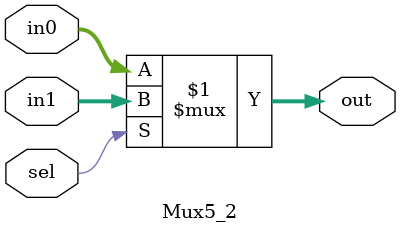
<source format=sv>
module Mux5_2 (input logic [4:0] in0, in1, input logic sel, output logic [4:0] out);

assign out = (sel)? in1:in0;		
	
	
endmodule: Mux5_2
</source>
